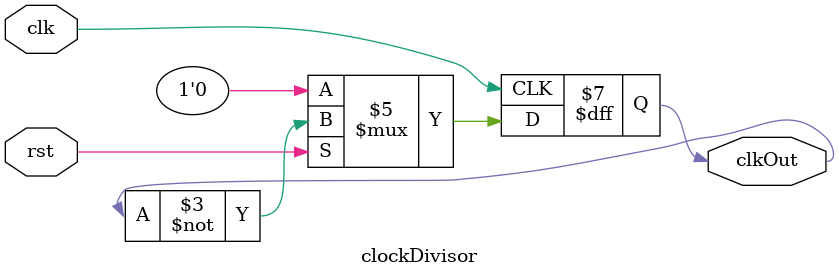
<source format=v>
module clockDivisor(clk, rst, clkOut);
	input clk;
	input rst;
	output reg clkOut;
	
	always @(posedge clk) begin
		if (!rst) begin
			clkOut <= 1'b0; 
		end
		else begin
			clkOut <= ~clkOut;
		end
	end

endmodule
</source>
